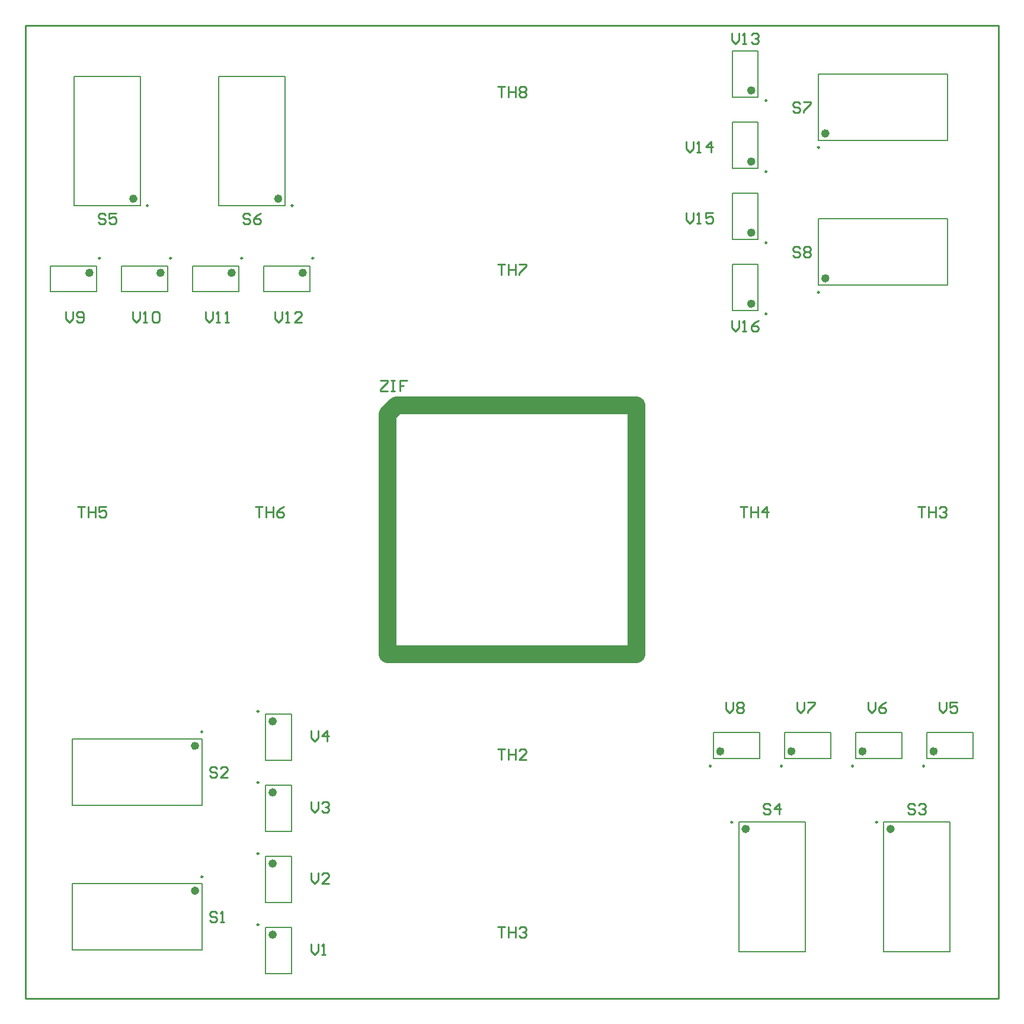
<source format=gto>
G04 Layer_Color=65535*
%FSLAX25Y25*%
%MOIN*%
G70*
G01*
G75*
%ADD17C,0.01000*%
%ADD21C,0.02362*%
%ADD22C,0.00984*%
%ADD23C,0.00787*%
%ADD24C,0.10000*%
D17*
X107699Y129498D02*
X106699Y130498D01*
X104700D01*
X103700Y129498D01*
Y128499D01*
X104700Y127499D01*
X106699D01*
X107699Y126499D01*
Y125500D01*
X106699Y124500D01*
X104700D01*
X103700Y125500D01*
X113697Y124500D02*
X109698D01*
X113697Y128499D01*
Y129498D01*
X112697Y130498D01*
X110698D01*
X109698Y129498D01*
X500499Y108698D02*
X499499Y109698D01*
X497500D01*
X496500Y108698D01*
Y107699D01*
X497500Y106699D01*
X499499D01*
X500499Y105699D01*
Y104700D01*
X499499Y103700D01*
X497500D01*
X496500Y104700D01*
X502498Y108698D02*
X503498Y109698D01*
X505497D01*
X506497Y108698D01*
Y107699D01*
X505497Y106699D01*
X504497D01*
X505497D01*
X506497Y105699D01*
Y104700D01*
X505497Y103700D01*
X503498D01*
X502498Y104700D01*
X44999Y440798D02*
X43999Y441798D01*
X42000D01*
X41000Y440798D01*
Y439799D01*
X42000Y438799D01*
X43999D01*
X44999Y437799D01*
Y436800D01*
X43999Y435800D01*
X42000D01*
X41000Y436800D01*
X50997Y441798D02*
X46998D01*
Y438799D01*
X48997Y439799D01*
X49997D01*
X50997Y438799D01*
Y436800D01*
X49997Y435800D01*
X47998D01*
X46998Y436800D01*
X126499Y440798D02*
X125499Y441798D01*
X123500D01*
X122500Y440798D01*
Y439799D01*
X123500Y438799D01*
X125499D01*
X126499Y437799D01*
Y436800D01*
X125499Y435800D01*
X123500D01*
X122500Y436800D01*
X132497Y441798D02*
X130497Y440798D01*
X128498Y438799D01*
Y436800D01*
X129498Y435800D01*
X131497D01*
X132497Y436800D01*
Y437799D01*
X131497Y438799D01*
X128498D01*
X435799Y421998D02*
X434799Y422998D01*
X432800D01*
X431800Y421998D01*
Y420999D01*
X432800Y419999D01*
X434799D01*
X435799Y418999D01*
Y418000D01*
X434799Y417000D01*
X432800D01*
X431800Y418000D01*
X437798Y421998D02*
X438798Y422998D01*
X440797D01*
X441797Y421998D01*
Y420999D01*
X440797Y419999D01*
X441797Y418999D01*
Y418000D01*
X440797Y417000D01*
X438798D01*
X437798Y418000D01*
Y418999D01*
X438798Y419999D01*
X437798Y420999D01*
Y421998D01*
X438798Y419999D02*
X440797D01*
X435799Y503498D02*
X434799Y504498D01*
X432800D01*
X431800Y503498D01*
Y502499D01*
X432800Y501499D01*
X434799D01*
X435799Y500499D01*
Y499500D01*
X434799Y498500D01*
X432800D01*
X431800Y499500D01*
X437798Y504498D02*
X441797D01*
Y503498D01*
X437798Y499500D01*
Y498500D01*
X160900Y30798D02*
Y26799D01*
X162899Y24800D01*
X164899Y26799D01*
Y30798D01*
X166898Y24800D02*
X168897D01*
X167898D01*
Y30798D01*
X166898Y29798D01*
X160900Y70798D02*
Y66799D01*
X162899Y64800D01*
X164899Y66799D01*
Y70798D01*
X170897Y64800D02*
X166898D01*
X170897Y68799D01*
Y69798D01*
X169897Y70798D01*
X167898D01*
X166898Y69798D01*
X160900Y110798D02*
Y106799D01*
X162899Y104800D01*
X164899Y106799D01*
Y110798D01*
X166898Y109798D02*
X167898Y110798D01*
X169897D01*
X170897Y109798D01*
Y108799D01*
X169897Y107799D01*
X168897D01*
X169897D01*
X170897Y106799D01*
Y105800D01*
X169897Y104800D01*
X167898D01*
X166898Y105800D01*
X160900Y150798D02*
Y146799D01*
X162899Y144800D01*
X164899Y146799D01*
Y150798D01*
X169897Y144800D02*
Y150798D01*
X166898Y147799D01*
X170897D01*
X514200Y166898D02*
Y162899D01*
X516199Y160900D01*
X518199Y162899D01*
Y166898D01*
X524197D02*
X520198D01*
Y163899D01*
X522197Y164899D01*
X523197D01*
X524197Y163899D01*
Y161900D01*
X523197Y160900D01*
X521198D01*
X520198Y161900D01*
X474200Y166898D02*
Y162899D01*
X476199Y160900D01*
X478199Y162899D01*
Y166898D01*
X484197D02*
X482197Y165898D01*
X480198Y163899D01*
Y161900D01*
X481198Y160900D01*
X483197D01*
X484197Y161900D01*
Y162899D01*
X483197Y163899D01*
X480198D01*
X434200Y166898D02*
Y162899D01*
X436199Y160900D01*
X438199Y162899D01*
Y166898D01*
X440198D02*
X444197D01*
Y165898D01*
X440198Y161900D01*
Y160900D01*
X394200Y166898D02*
Y162899D01*
X396199Y160900D01*
X398199Y162899D01*
Y166898D01*
X400198Y165898D02*
X401198Y166898D01*
X403197D01*
X404197Y165898D01*
Y164899D01*
X403197Y163899D01*
X404197Y162899D01*
Y161900D01*
X403197Y160900D01*
X401198D01*
X400198Y161900D01*
Y162899D01*
X401198Y163899D01*
X400198Y164899D01*
Y165898D01*
X401198Y163899D02*
X403197D01*
X22800Y386598D02*
Y382599D01*
X24799Y380600D01*
X26799Y382599D01*
Y386598D01*
X28798Y381600D02*
X29798Y380600D01*
X31797D01*
X32797Y381600D01*
Y385598D01*
X31797Y386598D01*
X29798D01*
X28798Y385598D01*
Y384599D01*
X29798Y383599D01*
X32797D01*
X60300Y386598D02*
Y382599D01*
X62299Y380600D01*
X64299Y382599D01*
Y386598D01*
X66298Y380600D02*
X68297D01*
X67298D01*
Y386598D01*
X66298Y385598D01*
X71296D02*
X72296Y386598D01*
X74296D01*
X75295Y385598D01*
Y381600D01*
X74296Y380600D01*
X72296D01*
X71296Y381600D01*
Y385598D01*
X101300Y386598D02*
Y382599D01*
X103299Y380600D01*
X105299Y382599D01*
Y386598D01*
X107298Y380600D02*
X109297D01*
X108298D01*
Y386598D01*
X107298Y385598D01*
X112296Y380600D02*
X114296D01*
X113296D01*
Y386598D01*
X112296Y385598D01*
X140300Y386598D02*
Y382599D01*
X142299Y380600D01*
X144299Y382599D01*
Y386598D01*
X146298Y380600D02*
X148297D01*
X147298D01*
Y386598D01*
X146298Y385598D01*
X155295Y380600D02*
X151296D01*
X155295Y384599D01*
Y385598D01*
X154296Y386598D01*
X152296D01*
X151296Y385598D01*
X371700Y442198D02*
Y438199D01*
X373699Y436200D01*
X375699Y438199D01*
Y442198D01*
X377698Y436200D02*
X379697D01*
X378698D01*
Y442198D01*
X377698Y441198D01*
X386695Y442198D02*
X382696D01*
Y439199D01*
X384696Y440199D01*
X385696D01*
X386695Y439199D01*
Y437200D01*
X385696Y436200D01*
X383696D01*
X382696Y437200D01*
X397500Y381298D02*
Y377299D01*
X399499Y375300D01*
X401499Y377299D01*
Y381298D01*
X403498Y375300D02*
X405497D01*
X404498D01*
Y381298D01*
X403498Y380298D01*
X412495Y381298D02*
X410496Y380298D01*
X408496Y378299D01*
Y376300D01*
X409496Y375300D01*
X411495D01*
X412495Y376300D01*
Y377299D01*
X411495Y378299D01*
X408496D01*
X397500Y543098D02*
Y539099D01*
X399499Y537100D01*
X401499Y539099D01*
Y543098D01*
X403498Y537100D02*
X405497D01*
X404498D01*
Y543098D01*
X403498Y542098D01*
X408496D02*
X409496Y543098D01*
X411495D01*
X412495Y542098D01*
Y541099D01*
X411495Y540099D01*
X410496D01*
X411495D01*
X412495Y539099D01*
Y538100D01*
X411495Y537100D01*
X409496D01*
X408496Y538100D01*
X371700Y482198D02*
Y478199D01*
X373699Y476200D01*
X375699Y478199D01*
Y482198D01*
X377698Y476200D02*
X379697D01*
X378698D01*
Y482198D01*
X377698Y481198D01*
X385696Y476200D02*
Y482198D01*
X382696Y479199D01*
X386695D01*
X418999Y108698D02*
X417999Y109698D01*
X416000D01*
X415000Y108698D01*
Y107699D01*
X416000Y106699D01*
X417999D01*
X418999Y105699D01*
Y104700D01*
X417999Y103700D01*
X416000D01*
X415000Y104700D01*
X423997Y103700D02*
Y109698D01*
X420998Y106699D01*
X424997D01*
X265800Y40498D02*
X269799D01*
X267799D01*
Y34500D01*
X271798Y40498D02*
Y34500D01*
Y37499D01*
X275797D01*
Y40498D01*
Y34500D01*
X277796Y39498D02*
X278796Y40498D01*
X280795D01*
X281795Y39498D01*
Y38499D01*
X280795Y37499D01*
X279796D01*
X280795D01*
X281795Y36499D01*
Y35500D01*
X280795Y34500D01*
X278796D01*
X277796Y35500D01*
X265800Y140498D02*
X269799D01*
X267799D01*
Y134500D01*
X271798Y140498D02*
Y134500D01*
Y137499D01*
X275797D01*
Y140498D01*
Y134500D01*
X281795D02*
X277796D01*
X281795Y138499D01*
Y139498D01*
X280795Y140498D01*
X278796D01*
X277796Y139498D01*
X502000Y276798D02*
X505999D01*
X503999D01*
Y270800D01*
X507998Y276798D02*
Y270800D01*
Y273799D01*
X511997D01*
Y276798D01*
Y270800D01*
X513996Y275798D02*
X514996Y276798D01*
X516995D01*
X517995Y275798D01*
Y274799D01*
X516995Y273799D01*
X515996D01*
X516995D01*
X517995Y272799D01*
Y271800D01*
X516995Y270800D01*
X514996D01*
X513996Y271800D01*
X402000Y276798D02*
X405999D01*
X403999D01*
Y270800D01*
X407998Y276798D02*
Y270800D01*
Y273799D01*
X411997D01*
Y276798D01*
Y270800D01*
X416995D02*
Y276798D01*
X413996Y273799D01*
X417995D01*
X29500Y276798D02*
X33499D01*
X31499D01*
Y270800D01*
X35498Y276798D02*
Y270800D01*
Y273799D01*
X39497D01*
Y276798D01*
Y270800D01*
X45495Y276798D02*
X41496D01*
Y273799D01*
X43496Y274799D01*
X44495D01*
X45495Y273799D01*
Y271800D01*
X44495Y270800D01*
X42496D01*
X41496Y271800D01*
X129500Y276798D02*
X133499D01*
X131499D01*
Y270800D01*
X135498Y276798D02*
Y270800D01*
Y273799D01*
X139497D01*
Y276798D01*
Y270800D01*
X145495Y276798D02*
X143496Y275798D01*
X141496Y273799D01*
Y271800D01*
X142496Y270800D01*
X144495D01*
X145495Y271800D01*
Y272799D01*
X144495Y273799D01*
X141496D01*
X265800Y412998D02*
X269799D01*
X267799D01*
Y407000D01*
X271798Y412998D02*
Y407000D01*
Y409999D01*
X275797D01*
Y412998D01*
Y407000D01*
X277796Y412998D02*
X281795D01*
Y411998D01*
X277796Y408000D01*
Y407000D01*
X265800Y512998D02*
X269799D01*
X267799D01*
Y507000D01*
X271798Y512998D02*
Y507000D01*
Y509999D01*
X275797D01*
Y512998D01*
Y507000D01*
X277796Y511998D02*
X278796Y512998D01*
X280795D01*
X281795Y511998D01*
Y510999D01*
X280795Y509999D01*
X281795Y508999D01*
Y508000D01*
X280795Y507000D01*
X278796D01*
X277796Y508000D01*
Y508999D01*
X278796Y509999D01*
X277796Y510999D01*
Y511998D01*
X278796Y509999D02*
X280795D01*
X107699Y47998D02*
X106699Y48998D01*
X104700D01*
X103700Y47998D01*
Y46999D01*
X104700Y45999D01*
X106699D01*
X107699Y44999D01*
Y44000D01*
X106699Y43000D01*
X104700D01*
X103700Y44000D01*
X109698Y43000D02*
X111697D01*
X110698D01*
Y48998D01*
X109698Y47998D01*
X199800Y347798D02*
X203799D01*
Y346798D01*
X199800Y342800D01*
Y341800D01*
X203799D01*
X205798Y347798D02*
X207797D01*
X206798D01*
Y341800D01*
X205798D01*
X207797D01*
X214795Y347798D02*
X210796D01*
Y344799D01*
X212796D01*
X210796D01*
Y341800D01*
X0Y0D02*
X547500D01*
Y547500D01*
X0D02*
X547500D01*
X0Y0D02*
Y547500D01*
D21*
X140335Y36055D02*
G03*
X140335Y36055I-1181J0D01*
G01*
Y76055D02*
G03*
X140335Y76055I-1181J0D01*
G01*
Y116055D02*
G03*
X140335Y116055I-1181J0D01*
G01*
Y156055D02*
G03*
X140335Y156055I-1181J0D01*
G01*
X409528Y470945D02*
G03*
X409528Y470945I-1181J0D01*
G01*
Y430945D02*
G03*
X409528Y430945I-1181J0D01*
G01*
X512126Y139154D02*
G03*
X512126Y139154I-1181J0D01*
G01*
X472126D02*
G03*
X472126Y139154I-1181J0D01*
G01*
X432126D02*
G03*
X432126Y139154I-1181J0D01*
G01*
X392126D02*
G03*
X392126Y139154I-1181J0D01*
G01*
X157236Y408347D02*
G03*
X157236Y408347I-1181J0D01*
G01*
X117236D02*
G03*
X117236Y408347I-1181J0D01*
G01*
X77236D02*
G03*
X77236Y408347I-1181J0D01*
G01*
X37236D02*
G03*
X37236Y408347I-1181J0D01*
G01*
X96661Y142264D02*
G03*
X96661Y142264I-1181J0D01*
G01*
X487917Y95480D02*
G03*
X487917Y95480I-1181J0D01*
G01*
X61945Y450020D02*
G03*
X61945Y450020I-1181J0D01*
G01*
X143445D02*
G03*
X143445Y450020I-1181J0D01*
G01*
X451201Y405236D02*
G03*
X451201Y405236I-1181J0D01*
G01*
Y486736D02*
G03*
X451201Y486736I-1181J0D01*
G01*
X406417Y95480D02*
G03*
X406417Y95480I-1181J0D01*
G01*
X96661Y60764D02*
G03*
X96661Y60764I-1181J0D01*
G01*
X409528Y510945D02*
G03*
X409528Y510945I-1181J0D01*
G01*
Y390945D02*
G03*
X409528Y390945I-1181J0D01*
G01*
D22*
X131378Y41715D02*
G03*
X131378Y41715I-492J0D01*
G01*
Y81715D02*
G03*
X131378Y81715I-492J0D01*
G01*
Y121715D02*
G03*
X131378Y121715I-492J0D01*
G01*
Y161715D02*
G03*
X131378Y161715I-492J0D01*
G01*
X417106Y465285D02*
G03*
X417106Y465285I-492J0D01*
G01*
Y425285D02*
G03*
X417106Y425285I-492J0D01*
G01*
X505778Y130886D02*
G03*
X505778Y130886I-492J0D01*
G01*
X465777D02*
G03*
X465777Y130886I-492J0D01*
G01*
X425777D02*
G03*
X425777Y130886I-492J0D01*
G01*
X385778D02*
G03*
X385778Y130886I-492J0D01*
G01*
X162207Y416614D02*
G03*
X162207Y416614I-492J0D01*
G01*
X122207D02*
G03*
X122207Y416614I-492J0D01*
G01*
X82207D02*
G03*
X82207Y416614I-492J0D01*
G01*
X42207D02*
G03*
X42207Y416614I-492J0D01*
G01*
X99811Y150138D02*
G03*
X99811Y150138I-492J0D01*
G01*
X479354Y99319D02*
G03*
X479354Y99319I-492J0D01*
G01*
X69130Y446181D02*
G03*
X69130Y446181I-492J0D01*
G01*
X150630D02*
G03*
X150630Y446181I-492J0D01*
G01*
X446673Y397362D02*
G03*
X446673Y397362I-492J0D01*
G01*
Y478862D02*
G03*
X446673Y478862I-492J0D01*
G01*
X397854Y99319D02*
G03*
X397854Y99319I-492J0D01*
G01*
X99811Y68638D02*
G03*
X99811Y68638I-492J0D01*
G01*
X417106Y505285D02*
G03*
X417106Y505285I-492J0D01*
G01*
Y385285D02*
G03*
X417106Y385285I-492J0D01*
G01*
D23*
X135217Y14008D02*
X149783D01*
X135217Y39992D02*
X149783D01*
Y14008D02*
Y39992D01*
X135217Y14008D02*
Y39992D01*
Y54008D02*
X149783D01*
X135217Y79992D02*
X149783D01*
Y54008D02*
Y79992D01*
X135217Y54008D02*
Y79992D01*
Y94008D02*
X149783D01*
X135217Y119992D02*
X149783D01*
Y94008D02*
Y119992D01*
X135217Y94008D02*
Y119992D01*
Y134008D02*
X149783D01*
X135217Y159992D02*
X149783D01*
Y134008D02*
Y159992D01*
X135217Y134008D02*
Y159992D01*
X397717Y492992D02*
X412283D01*
X397717Y467008D02*
X412283D01*
X397717D02*
Y492992D01*
X412283Y467008D02*
Y492992D01*
X397717Y452992D02*
X412283D01*
X397717Y427008D02*
X412283D01*
X397717D02*
Y452992D01*
X412283Y427008D02*
Y452992D01*
X532992Y135217D02*
Y149783D01*
X507008Y135217D02*
Y149783D01*
X532992D01*
X507008Y135217D02*
X532992D01*
X492992D02*
Y149783D01*
X467008Y135217D02*
Y149783D01*
X492992D01*
X467008Y135217D02*
X492992D01*
X452992D02*
Y149783D01*
X427008Y135217D02*
Y149783D01*
X452992D01*
X427008Y135217D02*
X452992D01*
X412992D02*
Y149783D01*
X387008Y135217D02*
Y149783D01*
X412992D01*
X387008Y135217D02*
X412992D01*
X134008Y397717D02*
Y412283D01*
X159992Y397717D02*
Y412283D01*
X134008Y397717D02*
X159992D01*
X134008Y412283D02*
X159992D01*
X94008Y397717D02*
Y412283D01*
X119992Y397717D02*
Y412283D01*
X94008Y397717D02*
X119992D01*
X94008Y412283D02*
X119992D01*
X54008Y397717D02*
Y412283D01*
X79992Y397717D02*
Y412283D01*
X54008Y397717D02*
X79992D01*
X54008Y412283D02*
X79992D01*
X14008Y397717D02*
Y412283D01*
X39992Y397717D02*
Y412283D01*
X14008Y397717D02*
X39992D01*
X14008Y412283D02*
X39992D01*
X26583Y146201D02*
X99417D01*
X26583Y108799D02*
X99417D01*
Y146201D01*
X26583Y108799D02*
Y146201D01*
X482799Y26583D02*
X520201D01*
X482799Y99417D02*
X520201D01*
Y26583D02*
Y99417D01*
X482799Y26583D02*
Y99417D01*
X64701Y446083D02*
Y518917D01*
X27299Y446083D02*
Y518917D01*
Y446083D02*
X64701D01*
X27299Y518917D02*
X64701D01*
X108799D02*
X146201D01*
X108799Y446083D02*
X146201D01*
X108799D02*
Y518917D01*
X146201Y446083D02*
Y518917D01*
X446083Y401299D02*
X518917D01*
X446083Y438701D02*
X518917D01*
X446083Y401299D02*
Y438701D01*
X518917Y401299D02*
Y438701D01*
Y482799D02*
Y520201D01*
X446083Y482799D02*
Y520201D01*
X518917D01*
X446083Y482799D02*
X518917D01*
X401299Y26583D02*
Y99417D01*
X438701Y26583D02*
Y99417D01*
X401299D02*
X438701D01*
X401299Y26583D02*
X438701D01*
X26583Y27299D02*
Y64701D01*
X99417Y27299D02*
Y64701D01*
X26583Y27299D02*
X99417D01*
X26583Y64701D02*
X99417D01*
X397717Y532992D02*
X412283D01*
X397717Y507008D02*
X412283D01*
X397717D02*
Y532992D01*
X412283Y507008D02*
Y532992D01*
X397717Y412992D02*
X412283D01*
X397717Y387008D02*
X412283D01*
X397717D02*
Y412992D01*
X412283Y387008D02*
Y412992D01*
D24*
X203750Y328750D02*
X208750Y333750D01*
X343750D01*
Y193750D02*
Y333750D01*
X203750Y193750D02*
X343750D01*
X203750D02*
Y328750D01*
M02*

</source>
